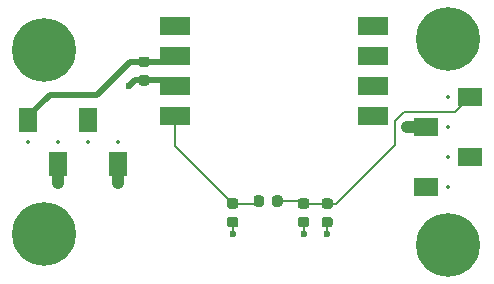
<source format=gtl>
G04 #@! TF.GenerationSoftware,KiCad,Pcbnew,(5.1.9-16-g1737927814)-1*
G04 #@! TF.CreationDate,2021-04-01T12:21:12-04:00*
G04 #@! TF.ProjectId,pressure_mpxv5010dp,70726573-7375-4726-955f-6d7078763530,1*
G04 #@! TF.SameCoordinates,Original*
G04 #@! TF.FileFunction,Copper,L1,Top*
G04 #@! TF.FilePolarity,Positive*
%FSLAX45Y45*%
G04 Gerber Fmt 4.5, Leading zero omitted, Abs format (unit mm)*
G04 Created by KiCad (PCBNEW (5.1.9-16-g1737927814)-1) date 2021-04-01 12:21:12*
%MOMM*%
%LPD*%
G01*
G04 APERTURE LIST*
G04 #@! TA.AperFunction,SMDPad,CuDef*
%ADD10R,1.500000X2.100000*%
G04 #@! TD*
G04 #@! TA.AperFunction,SMDPad,CuDef*
%ADD11R,2.100000X1.500000*%
G04 #@! TD*
G04 #@! TA.AperFunction,SMDPad,CuDef*
%ADD12R,2.540000X1.520000*%
G04 #@! TD*
G04 #@! TA.AperFunction,ComponentPad*
%ADD13C,5.400000*%
G04 #@! TD*
G04 #@! TA.AperFunction,ComponentPad*
%ADD14C,0.800000*%
G04 #@! TD*
G04 #@! TA.AperFunction,ViaPad*
%ADD15C,0.600000*%
G04 #@! TD*
G04 #@! TA.AperFunction,Conductor*
%ADD16C,0.500000*%
G04 #@! TD*
G04 #@! TA.AperFunction,Conductor*
%ADD17C,1.000000*%
G04 #@! TD*
G04 #@! TA.AperFunction,Conductor*
%ADD18C,0.200000*%
G04 #@! TD*
%ADD19C,0.300000*%
%ADD20C,0.350000*%
G04 APERTURE END LIST*
D10*
X219000Y-1065000D03*
X727000Y-1065000D03*
X473000Y-1435000D03*
X981000Y-1435000D03*
D11*
X3960000Y-869000D03*
X3960000Y-1377000D03*
X3590000Y-1123000D03*
X3590000Y-1631000D03*
D12*
X1462000Y-269000D03*
X1462000Y-523000D03*
X1462000Y-777000D03*
X1462000Y-1031000D03*
X3138000Y-1031000D03*
X3138000Y-777000D03*
X3138000Y-523000D03*
X3138000Y-269000D03*
D13*
X3775000Y-2125000D03*
D14*
X3977500Y-2125000D03*
X3918189Y-2268189D03*
X3775000Y-2327500D03*
X3631811Y-2268189D03*
X3572500Y-2125000D03*
X3631811Y-1981811D03*
X3775000Y-1922500D03*
X3918189Y-1981811D03*
D13*
X3775000Y-375000D03*
D14*
X3977500Y-375000D03*
X3918189Y-518189D03*
X3775000Y-577500D03*
X3631811Y-518189D03*
X3572500Y-375000D03*
X3631811Y-231811D03*
X3775000Y-172500D03*
X3918189Y-231811D03*
D13*
X350000Y-2025000D03*
D14*
X552500Y-2025000D03*
X493189Y-2168189D03*
X350000Y-2227500D03*
X206811Y-2168189D03*
X147500Y-2025000D03*
X206811Y-1881811D03*
X350000Y-1822500D03*
X493189Y-1881811D03*
D13*
X350000Y-475000D03*
D14*
X552500Y-475000D03*
X493189Y-618189D03*
X350000Y-677500D03*
X206811Y-618189D03*
X147500Y-475000D03*
X206811Y-331811D03*
X350000Y-272500D03*
X493189Y-331811D03*
G04 #@! TA.AperFunction,SMDPad,CuDef*
G36*
G01*
X2575625Y-1815000D02*
X2524375Y-1815000D01*
G75*
G02*
X2502500Y-1793125I0J21875D01*
G01*
X2502500Y-1749375D01*
G75*
G02*
X2524375Y-1727500I21875J0D01*
G01*
X2575625Y-1727500D01*
G75*
G02*
X2597500Y-1749375I0J-21875D01*
G01*
X2597500Y-1793125D01*
G75*
G02*
X2575625Y-1815000I-21875J0D01*
G01*
G37*
G04 #@! TD.AperFunction*
G04 #@! TA.AperFunction,SMDPad,CuDef*
G36*
G01*
X2575625Y-1972500D02*
X2524375Y-1972500D01*
G75*
G02*
X2502500Y-1950625I0J21875D01*
G01*
X2502500Y-1906875D01*
G75*
G02*
X2524375Y-1885000I21875J0D01*
G01*
X2575625Y-1885000D01*
G75*
G02*
X2597500Y-1906875I0J-21875D01*
G01*
X2597500Y-1950625D01*
G75*
G02*
X2575625Y-1972500I-21875J0D01*
G01*
G37*
G04 #@! TD.AperFunction*
G04 #@! TA.AperFunction,SMDPad,CuDef*
G36*
G01*
X2215000Y-1724375D02*
X2215000Y-1775625D01*
G75*
G02*
X2193125Y-1797500I-21875J0D01*
G01*
X2149375Y-1797500D01*
G75*
G02*
X2127500Y-1775625I0J21875D01*
G01*
X2127500Y-1724375D01*
G75*
G02*
X2149375Y-1702500I21875J0D01*
G01*
X2193125Y-1702500D01*
G75*
G02*
X2215000Y-1724375I0J-21875D01*
G01*
G37*
G04 #@! TD.AperFunction*
G04 #@! TA.AperFunction,SMDPad,CuDef*
G36*
G01*
X2372500Y-1724375D02*
X2372500Y-1775625D01*
G75*
G02*
X2350625Y-1797500I-21875J0D01*
G01*
X2306875Y-1797500D01*
G75*
G02*
X2285000Y-1775625I0J21875D01*
G01*
X2285000Y-1724375D01*
G75*
G02*
X2306875Y-1702500I21875J0D01*
G01*
X2350625Y-1702500D01*
G75*
G02*
X2372500Y-1724375I0J-21875D01*
G01*
G37*
G04 #@! TD.AperFunction*
G04 #@! TA.AperFunction,SMDPad,CuDef*
G36*
G01*
X2775625Y-1815000D02*
X2724375Y-1815000D01*
G75*
G02*
X2702500Y-1793125I0J21875D01*
G01*
X2702500Y-1749375D01*
G75*
G02*
X2724375Y-1727500I21875J0D01*
G01*
X2775625Y-1727500D01*
G75*
G02*
X2797500Y-1749375I0J-21875D01*
G01*
X2797500Y-1793125D01*
G75*
G02*
X2775625Y-1815000I-21875J0D01*
G01*
G37*
G04 #@! TD.AperFunction*
G04 #@! TA.AperFunction,SMDPad,CuDef*
G36*
G01*
X2775625Y-1972500D02*
X2724375Y-1972500D01*
G75*
G02*
X2702500Y-1950625I0J21875D01*
G01*
X2702500Y-1906875D01*
G75*
G02*
X2724375Y-1885000I21875J0D01*
G01*
X2775625Y-1885000D01*
G75*
G02*
X2797500Y-1906875I0J-21875D01*
G01*
X2797500Y-1950625D01*
G75*
G02*
X2775625Y-1972500I-21875J0D01*
G01*
G37*
G04 #@! TD.AperFunction*
G04 #@! TA.AperFunction,SMDPad,CuDef*
G36*
G01*
X1975625Y-1815000D02*
X1924375Y-1815000D01*
G75*
G02*
X1902500Y-1793125I0J21875D01*
G01*
X1902500Y-1749375D01*
G75*
G02*
X1924375Y-1727500I21875J0D01*
G01*
X1975625Y-1727500D01*
G75*
G02*
X1997500Y-1749375I0J-21875D01*
G01*
X1997500Y-1793125D01*
G75*
G02*
X1975625Y-1815000I-21875J0D01*
G01*
G37*
G04 #@! TD.AperFunction*
G04 #@! TA.AperFunction,SMDPad,CuDef*
G36*
G01*
X1975625Y-1972500D02*
X1924375Y-1972500D01*
G75*
G02*
X1902500Y-1950625I0J21875D01*
G01*
X1902500Y-1906875D01*
G75*
G02*
X1924375Y-1885000I21875J0D01*
G01*
X1975625Y-1885000D01*
G75*
G02*
X1997500Y-1906875I0J-21875D01*
G01*
X1997500Y-1950625D01*
G75*
G02*
X1975625Y-1972500I-21875J0D01*
G01*
G37*
G04 #@! TD.AperFunction*
G04 #@! TA.AperFunction,SMDPad,CuDef*
G36*
G01*
X1225625Y-615000D02*
X1174375Y-615000D01*
G75*
G02*
X1152500Y-593125I0J21875D01*
G01*
X1152500Y-549375D01*
G75*
G02*
X1174375Y-527500I21875J0D01*
G01*
X1225625Y-527500D01*
G75*
G02*
X1247500Y-549375I0J-21875D01*
G01*
X1247500Y-593125D01*
G75*
G02*
X1225625Y-615000I-21875J0D01*
G01*
G37*
G04 #@! TD.AperFunction*
G04 #@! TA.AperFunction,SMDPad,CuDef*
G36*
G01*
X1225625Y-772500D02*
X1174375Y-772500D01*
G75*
G02*
X1152500Y-750625I0J21875D01*
G01*
X1152500Y-706875D01*
G75*
G02*
X1174375Y-685000I21875J0D01*
G01*
X1225625Y-685000D01*
G75*
G02*
X1247500Y-706875I0J-21875D01*
G01*
X1247500Y-750625D01*
G75*
G02*
X1225625Y-772500I-21875J0D01*
G01*
G37*
G04 #@! TD.AperFunction*
D15*
X1075000Y-775000D03*
X473000Y-1598000D03*
X981000Y-1594000D03*
X3427000Y-1123000D03*
X1950000Y-2025000D03*
X2550000Y-2025000D03*
X2750000Y-2025000D03*
D16*
X219000Y-1065000D02*
X219000Y-1031000D01*
X219000Y-1031000D02*
X400000Y-850000D01*
X400000Y-850000D02*
X800000Y-850000D01*
X1078750Y-571250D02*
X1200000Y-571250D01*
X800000Y-850000D02*
X1078750Y-571250D01*
X1413750Y-571250D02*
X1462000Y-523000D01*
X1200000Y-571250D02*
X1413750Y-571250D01*
X1413750Y-728750D02*
X1462000Y-777000D01*
X1200000Y-728750D02*
X1413750Y-728750D01*
X1121250Y-728750D02*
X1075000Y-775000D01*
X1200000Y-728750D02*
X1121250Y-728750D01*
D17*
X473000Y-1435000D02*
X473000Y-1598000D01*
X981000Y-1435000D02*
X981000Y-1594000D01*
X3590000Y-1123000D02*
X3427000Y-1123000D01*
D18*
X1950000Y-1928750D02*
X1950000Y-2025000D01*
X2550000Y-1928750D02*
X2550000Y-2025000D01*
X2750000Y-1928750D02*
X2750000Y-2025000D01*
X1462000Y-1283250D02*
X1950000Y-1771250D01*
X1462000Y-1031000D02*
X1462000Y-1283250D01*
X2150000Y-1771250D02*
X2171250Y-1750000D01*
X1950000Y-1771250D02*
X2150000Y-1771250D01*
X2528750Y-1750000D02*
X2550000Y-1771250D01*
X2328750Y-1750000D02*
X2528750Y-1750000D01*
X2550000Y-1771250D02*
X2750000Y-1771250D01*
X3829000Y-1000000D02*
X3960000Y-869000D01*
X3400000Y-1000000D02*
X3829000Y-1000000D01*
X3325000Y-1075000D02*
X3400000Y-1000000D01*
X3325000Y-1275000D02*
X3325000Y-1075000D01*
X2828750Y-1771250D02*
X3325000Y-1275000D01*
X2750000Y-1771250D02*
X2828750Y-1771250D01*
D19*
X1075000Y-775000D03*
X473000Y-1598000D03*
X981000Y-1594000D03*
X3427000Y-1123000D03*
X1950000Y-2025000D03*
X2550000Y-2025000D03*
X2750000Y-2025000D03*
D20*
X727000Y-1250000D03*
X473000Y-1250000D03*
X219000Y-1250000D03*
X981000Y-1250000D03*
X3775000Y-1377000D03*
X3775000Y-1123000D03*
X3775000Y-869000D03*
X3775000Y-1631000D03*
X3775000Y-2125000D03*
X3977500Y-2125000D03*
X3918189Y-2268189D03*
X3775000Y-2327500D03*
X3631811Y-2268189D03*
X3572500Y-2125000D03*
X3631811Y-1981811D03*
X3775000Y-1922500D03*
X3918189Y-1981811D03*
X3775000Y-375000D03*
X3977500Y-375000D03*
X3918189Y-518189D03*
X3775000Y-577500D03*
X3631811Y-518189D03*
X3572500Y-375000D03*
X3631811Y-231811D03*
X3775000Y-172500D03*
X3918189Y-231811D03*
X350000Y-2025000D03*
X552500Y-2025000D03*
X493189Y-2168189D03*
X350000Y-2227500D03*
X206811Y-2168189D03*
X147500Y-2025000D03*
X206811Y-1881811D03*
X350000Y-1822500D03*
X493189Y-1881811D03*
X350000Y-475000D03*
X552500Y-475000D03*
X493189Y-618189D03*
X350000Y-677500D03*
X206811Y-618189D03*
X147500Y-475000D03*
X206811Y-331811D03*
X350000Y-272500D03*
X493189Y-331811D03*
M02*

</source>
